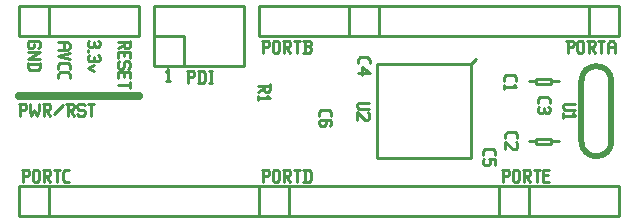
<source format=gbr>
G04 start of page 8 for group -4079 idx -4079 *
G04 Title: (unknown), topsilk *
G04 Creator: pcb 20110918 *
G04 CreationDate: Wed Aug  7 17:59:57 2013 UTC *
G04 For: mokus *
G04 Format: Gerber/RS-274X *
G04 PCB-Dimensions: 210000 80000 *
G04 PCB-Coordinate-Origin: lower left *
%MOIN*%
%FSLAX25Y25*%
%LNTOPSILK*%
%ADD59C,0.0200*%
%ADD58C,0.0100*%
%ADD57C,0.0250*%
G54D57*X45000Y45000D02*X5000D01*
G54D58*X54000Y53200D02*X54800Y54000D01*
Y50000D01*
X54000D02*X55500D01*
X12000Y61500D02*X11500Y61000D01*
X12000Y63000D02*Y61500D01*
X11500Y63500D02*X12000Y63000D01*
X8500Y63500D02*X11500D01*
X8500D02*X8000Y63000D01*
Y61500D01*
X8500Y61000D01*
X9500D01*
X10000Y61500D02*X9500Y61000D01*
X10000Y62500D02*Y61500D01*
X8000Y59800D02*X12000D01*
X8000Y57300D01*
X12000D01*
X8000Y55600D02*X12000D01*
Y54300D02*X11300Y53600D01*
X8700D02*X11300D01*
X8000Y54300D02*X8700Y53600D01*
X8000Y56100D02*Y54300D01*
X12000Y56100D02*Y54300D01*
X18000Y63000D02*X21000D01*
X22000Y62300D01*
Y61200D01*
X21000Y60500D01*
X18000D02*X21000D01*
X20000Y63000D02*Y60500D01*
X22000Y59300D02*X18000Y58300D01*
X22000Y57300D01*
X18000Y55400D02*Y54100D01*
X18700Y56100D02*X18000Y55400D01*
X18700Y56100D02*X21300D01*
X22000Y55400D01*
Y54100D01*
X18000Y52200D02*Y50900D01*
X18700Y52900D02*X18000Y52200D01*
X18700Y52900D02*X21300D01*
X22000Y52200D01*
Y50900D01*
X31500Y63500D02*X32000Y63000D01*
Y62000D01*
X31500Y61500D01*
X28000Y62000D02*X28500Y61500D01*
X28000Y63000D02*Y62000D01*
X28500Y63500D02*X28000Y63000D01*
X30200D02*Y62000D01*
X30700Y61500D02*X31500D01*
X28500D02*X29700D01*
X30200Y62000D01*
X30700Y61500D02*X30200Y62000D01*
X28000Y60300D02*Y59800D01*
X31500Y58600D02*X32000Y58100D01*
Y57100D01*
X31500Y56600D01*
X28000Y57100D02*X28500Y56600D01*
X28000Y58100D02*Y57100D01*
X28500Y58600D02*X28000Y58100D01*
X30200D02*Y57100D01*
X30700Y56600D02*X31500D01*
X28500D02*X29700D01*
X30200Y57100D01*
X30700Y56600D02*X30200Y57100D01*
X30000Y55400D02*X28000Y54400D01*
X30000Y53400D02*X28000Y54400D01*
X42000Y63500D02*Y61500D01*
X41500Y61000D01*
X40500D02*X41500D01*
X40000Y61500D02*X40500Y61000D01*
X40000Y63000D02*Y61500D01*
X38000Y63000D02*X42000D01*
X40000Y62200D02*X38000Y61000D01*
X40200Y59800D02*Y58300D01*
X38000Y59800D02*Y57800D01*
Y59800D02*X42000D01*
Y57800D01*
Y54600D02*X41500Y54100D01*
X42000Y56100D02*Y54600D01*
X41500Y56600D02*X42000Y56100D01*
X40500Y56600D02*X41500D01*
X40500D02*X40000Y56100D01*
Y54600D01*
X39500Y54100D01*
X38500D02*X39500D01*
X38000Y54600D02*X38500Y54100D01*
X38000Y56100D02*Y54600D01*
X38500Y56600D02*X38000Y56100D01*
X40200Y52900D02*Y51400D01*
X38000Y52900D02*Y50900D01*
Y52900D02*X42000D01*
Y50900D01*
Y49700D02*Y47700D01*
X38000Y48700D02*X42000D01*
X50000Y55000D02*X80000D01*
Y75000D02*Y55000D01*
X50000Y75000D02*X80000D01*
X50000D02*Y55000D01*
X60000Y65000D02*Y55000D01*
X50000Y65000D02*X60000D01*
X124237Y24237D02*X155763D01*
Y55763D02*Y24237D01*
X124237Y55763D02*X155763D01*
X124237D02*Y24237D01*
X155763Y55763D02*X157263Y57263D01*
X85000Y75000D02*X125000D01*
X85000D02*Y65000D01*
X125000D01*
Y75000D02*Y65000D01*
X115000Y75000D02*Y65000D01*
X125000D01*
X175000Y30000D02*X177500D01*
X182500D02*X185000D01*
X177500Y30800D02*X182500D01*
Y29200D01*
X177500D02*X182500D01*
X177500Y30800D02*Y29200D01*
X175000Y50000D02*X177500D01*
X182500D02*X185000D01*
X177500Y50800D02*X182500D01*
Y49200D01*
X177500D02*X182500D01*
X177500Y50800D02*Y49200D01*
G54D59*X192500Y50000D02*Y30000D01*
X202500Y50000D02*Y30000D01*
Y50000D02*G75*G03X192500Y50000I-5000J0D01*G01*
Y30000D02*G75*G03X202500Y30000I5000J0D01*G01*
G54D58*X5000Y5000D02*X85000D01*
Y15000D02*Y5000D01*
X5000Y15000D02*X85000D01*
X5000D02*Y5000D01*
X15000Y15000D02*Y5000D01*
X5000Y15000D02*X15000D01*
X85000Y5000D02*X165000D01*
Y15000D02*Y5000D01*
X85000Y15000D02*X165000D01*
X85000D02*Y5000D01*
X95000Y15000D02*Y5000D01*
X85000Y15000D02*X95000D01*
X165000Y5000D02*X205000D01*
Y15000D02*Y5000D01*
X165000Y15000D02*X205000D01*
X165000D02*Y5000D01*
X175000Y15000D02*Y5000D01*
X165000Y15000D02*X175000D01*
X5000Y65000D02*X45000D01*
Y75000D02*Y65000D01*
X5000Y75000D02*X45000D01*
X5000D02*Y65000D01*
X15000Y75000D02*Y65000D01*
X5000Y75000D02*X15000D01*
X125000D02*X205000D01*
X125000D02*Y65000D01*
X205000D01*
Y75000D02*Y65000D01*
X195000Y75000D02*Y65000D01*
X205000D01*
X61500Y53500D02*Y49500D01*
X61000Y53500D02*X63000D01*
X63500Y53000D01*
Y52000D01*
X63000Y51500D02*X63500Y52000D01*
X61500Y51500D02*X63000D01*
X65200Y53500D02*Y49500D01*
X66500Y53500D02*X67200Y52800D01*
Y50200D01*
X66500Y49500D02*X67200Y50200D01*
X64700Y49500D02*X66500D01*
X64700Y53500D02*X66500D01*
X68400D02*X69400D01*
X68900D02*Y49500D01*
X68400D02*X69400D01*
X105150Y39695D02*Y38395D01*
X105850Y40395D02*X105150Y39695D01*
X105850Y40395D02*X108450D01*
X109150Y39695D01*
Y38395D01*
Y35695D02*X108650Y35195D01*
X109150Y36695D02*Y35695D01*
X108650Y37195D02*X109150Y36695D01*
X105650Y37195D02*X108650D01*
X105650D02*X105150Y36695D01*
X107350Y35695D02*X106850Y35195D01*
X107350Y37195D02*Y35695D01*
X105150Y36695D02*Y35695D01*
X105650Y35195D01*
X106850D01*
X118313Y42763D02*X121813D01*
X118313D02*X117813Y42263D01*
Y41263D01*
X118313Y40763D01*
X121813D01*
X121313Y39563D02*X121813Y39063D01*
Y37563D01*
X121313Y37063D01*
X120313D02*X121313D01*
X117813Y39563D02*X120313Y37063D01*
X117813Y39563D02*Y37063D01*
X88650Y48895D02*Y46895D01*
X88150Y46395D01*
X87150D02*X88150D01*
X86650Y46895D02*X87150Y46395D01*
X86650Y48395D02*Y46895D01*
X84650Y48395D02*X88650D01*
X86650Y47595D02*X84650Y46395D01*
X87850Y45195D02*X88650Y44395D01*
X84650D02*X88650D01*
X84650Y45195D02*Y43695D01*
X166700Y51300D02*Y50000D01*
X167400Y52000D02*X166700Y51300D01*
X167400Y52000D02*X170000D01*
X170700Y51300D01*
Y50000D01*
X169900Y48800D02*X170700Y48000D01*
X166700D02*X170700D01*
X166700Y48800D02*Y47300D01*
X167200Y32300D02*Y31000D01*
X167900Y33000D02*X167200Y32300D01*
X167900Y33000D02*X170500D01*
X171200Y32300D01*
Y31000D01*
X170700Y29800D02*X171200Y29300D01*
Y27800D01*
X170700Y27300D01*
X169700D02*X170700D01*
X167200Y29800D02*X169700Y27300D01*
X167200Y29800D02*Y27300D01*
X187000Y42500D02*X190500D01*
X187000D02*X186500Y42000D01*
Y41000D01*
X187000Y40500D01*
X190500D01*
X189700Y39300D02*X190500Y38500D01*
X186500D02*X190500D01*
X186500Y39300D02*Y37800D01*
X159650Y26695D02*Y25395D01*
X160350Y27395D02*X159650Y26695D01*
X160350Y27395D02*X162950D01*
X163650Y26695D01*
Y25395D01*
Y24195D02*Y22195D01*
X161650Y24195D02*X163650D01*
X161650D02*X162150Y23695D01*
Y22695D01*
X161650Y22195D01*
X160150D02*X161650D01*
X159650Y22695D02*X160150Y22195D01*
X159650Y23695D02*Y22695D01*
X160150Y24195D02*X159650Y23695D01*
X177895Y43950D02*Y42650D01*
X178595Y44650D02*X177895Y43950D01*
X178595Y44650D02*X181195D01*
X181895Y43950D01*
Y42650D01*
X181395Y41450D02*X181895Y40950D01*
Y39950D01*
X181395Y39450D01*
X177895Y39950D02*X178395Y39450D01*
X177895Y40950D02*Y39950D01*
X178395Y41450D02*X177895Y40950D01*
X180095D02*Y39950D01*
X180595Y39450D02*X181395D01*
X178395D02*X179595D01*
X180095Y39950D01*
X180595Y39450D02*X180095Y39950D01*
X188000Y63500D02*Y59500D01*
X187500Y63500D02*X189500D01*
X190000Y63000D01*
Y62000D01*
X189500Y61500D02*X190000Y62000D01*
X188000Y61500D02*X189500D01*
X191200Y63000D02*Y60000D01*
Y63000D02*X191700Y63500D01*
X192700D01*
X193200Y63000D01*
Y60000D01*
X192700Y59500D02*X193200Y60000D01*
X191700Y59500D02*X192700D01*
X191200Y60000D02*X191700Y59500D01*
X194400Y63500D02*X196400D01*
X196900Y63000D01*
Y62000D01*
X196400Y61500D02*X196900Y62000D01*
X194900Y61500D02*X196400D01*
X194900Y63500D02*Y59500D01*
X195700Y61500D02*X196900Y59500D01*
X198100Y63500D02*X200100D01*
X199100D02*Y59500D01*
X201300Y62500D02*Y59500D01*
Y62500D02*X202000Y63500D01*
X203100D01*
X203800Y62500D01*
Y59500D01*
X201300Y61500D02*X203800D01*
X117895Y57205D02*Y55905D01*
X118595Y57905D02*X117895Y57205D01*
X118595Y57905D02*X121195D01*
X121895Y57205D01*
Y55905D01*
X119395Y54705D02*X121895Y52705D01*
X119395Y54705D02*Y52205D01*
X117895Y52705D02*X121895D01*
X86500Y63500D02*Y59500D01*
X86000Y63500D02*X88000D01*
X88500Y63000D01*
Y62000D01*
X88000Y61500D02*X88500Y62000D01*
X86500Y61500D02*X88000D01*
X89700Y63000D02*Y60000D01*
Y63000D02*X90200Y63500D01*
X91200D01*
X91700Y63000D01*
Y60000D01*
X91200Y59500D02*X91700Y60000D01*
X90200Y59500D02*X91200D01*
X89700Y60000D02*X90200Y59500D01*
X92900Y63500D02*X94900D01*
X95400Y63000D01*
Y62000D01*
X94900Y61500D02*X95400Y62000D01*
X93400Y61500D02*X94900D01*
X93400Y63500D02*Y59500D01*
X94200Y61500D02*X95400Y59500D01*
X96600Y63500D02*X98600D01*
X97600D02*Y59500D01*
X99800D02*X101800D01*
X102300Y60000D01*
Y61200D02*Y60000D01*
X101800Y61700D02*X102300Y61200D01*
X100300Y61700D02*X101800D01*
X100300Y63500D02*Y59500D01*
X99800Y63500D02*X101800D01*
X102300Y63000D01*
Y62200D01*
X101800Y61700D02*X102300Y62200D01*
X6500Y20500D02*Y16500D01*
X6000Y20500D02*X8000D01*
X8500Y20000D01*
Y19000D01*
X8000Y18500D02*X8500Y19000D01*
X6500Y18500D02*X8000D01*
X9700Y20000D02*Y17000D01*
Y20000D02*X10200Y20500D01*
X11200D01*
X11700Y20000D01*
Y17000D01*
X11200Y16500D02*X11700Y17000D01*
X10200Y16500D02*X11200D01*
X9700Y17000D02*X10200Y16500D01*
X12900Y20500D02*X14900D01*
X15400Y20000D01*
Y19000D01*
X14900Y18500D02*X15400Y19000D01*
X13400Y18500D02*X14900D01*
X13400Y20500D02*Y16500D01*
X14200Y18500D02*X15400Y16500D01*
X16600Y20500D02*X18600D01*
X17600D02*Y16500D01*
X20500D02*X21800D01*
X19800Y17200D02*X20500Y16500D01*
X19800Y19800D02*Y17200D01*
Y19800D02*X20500Y20500D01*
X21800D01*
X5500Y42500D02*Y38500D01*
X5000Y42500D02*X7000D01*
X7500Y42000D01*
Y41000D01*
X7000Y40500D02*X7500Y41000D01*
X5500Y40500D02*X7000D01*
X8700Y42500D02*Y40500D01*
X9200Y38500D01*
X10200Y40500D01*
X11200Y38500D01*
X11700Y40500D01*
Y42500D02*Y40500D01*
X12900Y42500D02*X14900D01*
X15400Y42000D01*
Y41000D01*
X14900Y40500D02*X15400Y41000D01*
X13400Y40500D02*X14900D01*
X13400Y42500D02*Y38500D01*
X14200Y40500D02*X15400Y38500D01*
X16600Y39000D02*X19600Y42000D01*
X20800Y42500D02*X22800D01*
X23300Y42000D01*
Y41000D01*
X22800Y40500D02*X23300Y41000D01*
X21300Y40500D02*X22800D01*
X21300Y42500D02*Y38500D01*
X22100Y40500D02*X23300Y38500D01*
X26500Y42500D02*X27000Y42000D01*
X25000Y42500D02*X26500D01*
X24500Y42000D02*X25000Y42500D01*
X24500Y42000D02*Y41000D01*
X25000Y40500D01*
X26500D01*
X27000Y40000D01*
Y39000D01*
X26500Y38500D02*X27000Y39000D01*
X25000Y38500D02*X26500D01*
X24500Y39000D02*X25000Y38500D01*
X28200Y42500D02*X30200D01*
X29200D02*Y38500D01*
X86500Y20500D02*Y16500D01*
X86000Y20500D02*X88000D01*
X88500Y20000D01*
Y19000D01*
X88000Y18500D02*X88500Y19000D01*
X86500Y18500D02*X88000D01*
X89700Y20000D02*Y17000D01*
Y20000D02*X90200Y20500D01*
X91200D01*
X91700Y20000D01*
Y17000D01*
X91200Y16500D02*X91700Y17000D01*
X90200Y16500D02*X91200D01*
X89700Y17000D02*X90200Y16500D01*
X92900Y20500D02*X94900D01*
X95400Y20000D01*
Y19000D01*
X94900Y18500D02*X95400Y19000D01*
X93400Y18500D02*X94900D01*
X93400Y20500D02*Y16500D01*
X94200Y18500D02*X95400Y16500D01*
X96600Y20500D02*X98600D01*
X97600D02*Y16500D01*
X100300Y20500D02*Y16500D01*
X101600Y20500D02*X102300Y19800D01*
Y17200D01*
X101600Y16500D02*X102300Y17200D01*
X99800Y16500D02*X101600D01*
X99800Y20500D02*X101600D01*
X166500D02*Y16500D01*
X166000Y20500D02*X168000D01*
X168500Y20000D01*
Y19000D01*
X168000Y18500D02*X168500Y19000D01*
X166500Y18500D02*X168000D01*
X169700Y20000D02*Y17000D01*
Y20000D02*X170200Y20500D01*
X171200D01*
X171700Y20000D01*
Y17000D01*
X171200Y16500D02*X171700Y17000D01*
X170200Y16500D02*X171200D01*
X169700Y17000D02*X170200Y16500D01*
X172900Y20500D02*X174900D01*
X175400Y20000D01*
Y19000D01*
X174900Y18500D02*X175400Y19000D01*
X173400Y18500D02*X174900D01*
X173400Y20500D02*Y16500D01*
X174200Y18500D02*X175400Y16500D01*
X176600Y20500D02*X178600D01*
X177600D02*Y16500D01*
X179800Y18700D02*X181300D01*
X179800Y16500D02*X181800D01*
X179800Y20500D02*Y16500D01*
Y20500D02*X181800D01*
M02*

</source>
